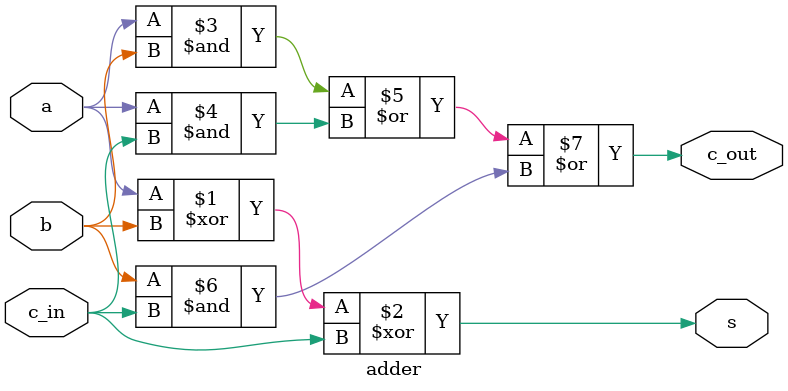
<source format=v>
module adder (
    input  a,
    input  b,
    input  c_in,
    output s,
    output c_out
);
  assign s = a ^ b ^ c_in;
  assign c_out = (a & b) | (a & c_in) | (b & c_in);
endmodule

</source>
